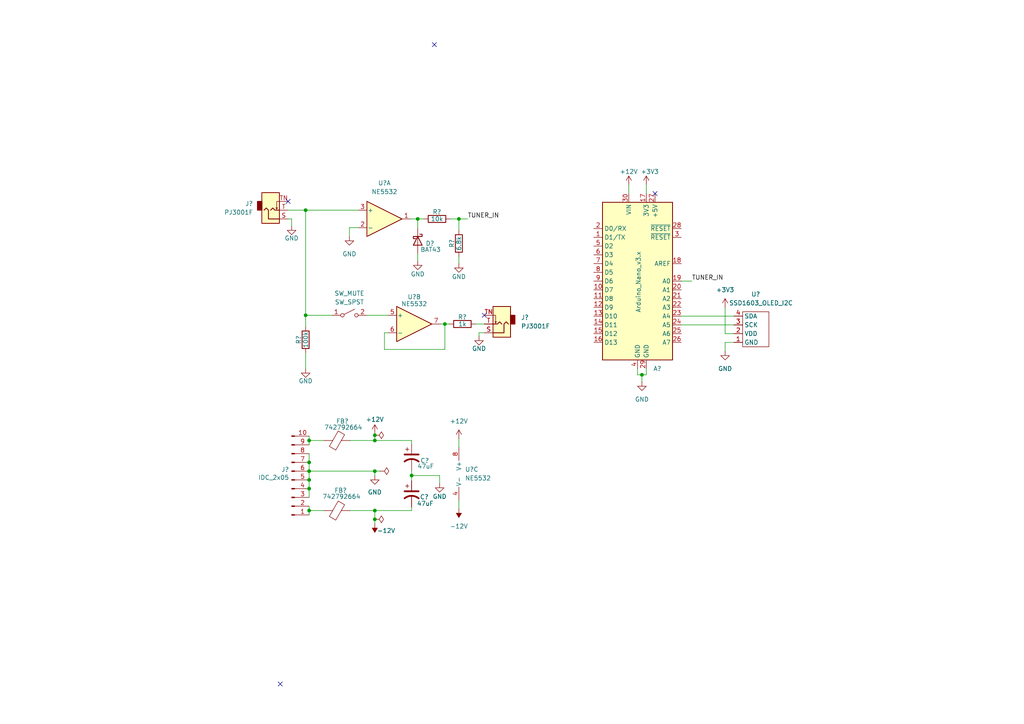
<source format=kicad_sch>
(kicad_sch (version 20211123) (generator eeschema)
  (paper "A4")
  (title_block (title "MiniTune") (rev "v0.1") (company "benjiaomodular"))
  (lib_symbols
    (symbol "Amplifier_Operational:NE5532" (pin_names (offset 0.127))
      (property "Reference" "U" (at 0 5.08 0))
      (property "Value" "NE5532" (at 0 -5.08 0))
      (symbol "NE5532_1_1"
        (polyline (pts (xy -5.08 5.08) (xy 5.08 0) (xy -5.08 -5.08) (xy -5.08 5.08)) (stroke (width 0.254)) (fill (type background)))
        (pin output line (at 7.62 0 180) (length 2.54) (name "~") (number "1"))
        (pin input line (at -7.62 -2.54 0) (length 2.54) (name "-") (number "2"))
        (pin input line (at -7.62 2.54 0) (length 2.54) (name "+") (number "3"))
      )
      (symbol "NE5532_2_1"
        (polyline (pts (xy -5.08 5.08) (xy 5.08 0) (xy -5.08 -5.08) (xy -5.08 5.08)) (stroke (width 0.254)) (fill (type background)))
        (pin input line (at -7.62 2.54 0) (length 2.54) (name "+") (number "5"))
        (pin input line (at -7.62 -2.54 0) (length 2.54) (name "-") (number "6"))
        (pin output line (at 7.62 0 180) (length 2.54) (name "~") (number "7"))
      )
      (symbol "NE5532_3_1"
        (pin power_in line (at -2.54 -7.62 90) (length 3.81) (name "V-") (number "4"))
        (pin power_in line (at -2.54 7.62 270) (length 3.81) (name "V+") (number "8"))
      )
    )
    (symbol "Connector:Conn_01x10_Male" (pin_names (offset 1.016) hide)
      (property "Reference" "J" (at 0 12.7 0))
      (property "Value" "Conn_01x10_Male" (at 0 -15.24 0))
      (symbol "Conn_01x10_Male_1_1"
        (polyline (pts (xy 1.27 -12.7) (xy 0.8636 -12.7)) (stroke (width 0.1524)))
        (polyline (pts (xy 1.27 -10.16) (xy 0.8636 -10.16)) (stroke (width 0.1524)))
        (polyline (pts (xy 1.27 -7.62) (xy 0.8636 -7.62)) (stroke (width 0.1524)))
        (polyline (pts (xy 1.27 -5.08) (xy 0.8636 -5.08)) (stroke (width 0.1524)))
        (polyline (pts (xy 1.27 -2.54) (xy 0.8636 -2.54)) (stroke (width 0.1524)))
        (polyline (pts (xy 1.27 0) (xy 0.8636 0)) (stroke (width 0.1524)))
        (polyline (pts (xy 1.27 2.54) (xy 0.8636 2.54)) (stroke (width 0.1524)))
        (polyline (pts (xy 1.27 5.08) (xy 0.8636 5.08)) (stroke (width 0.1524)))
        (polyline (pts (xy 1.27 7.62) (xy 0.8636 7.62)) (stroke (width 0.1524)))
        (polyline (pts (xy 1.27 10.16) (xy 0.8636 10.16)) (stroke (width 0.1524)))
        (rectangle (start 0.8636 -12.573) (end 0 -12.827) (stroke (width 0.1524)) (fill (type outline)))
        (rectangle (start 0.8636 -10.033) (end 0 -10.287) (stroke (width 0.1524)) (fill (type outline)))
        (rectangle (start 0.8636 -7.493) (end 0 -7.747) (stroke (width 0.1524)) (fill (type outline)))
        (rectangle (start 0.8636 -4.953) (end 0 -5.207) (stroke (width 0.1524)) (fill (type outline)))
        (rectangle (start 0.8636 -2.413) (end 0 -2.667) (stroke (width 0.1524)) (fill (type outline)))
        (rectangle (start 0.8636 0.127) (end 0 -0.127) (stroke (width 0.1524)) (fill (type outline)))
        (rectangle (start 0.8636 2.667) (end 0 2.413) (stroke (width 0.1524)) (fill (type outline)))
        (rectangle (start 0.8636 5.207) (end 0 4.953) (stroke (width 0.1524)) (fill (type outline)))
        (rectangle (start 0.8636 7.747) (end 0 7.493) (stroke (width 0.1524)) (fill (type outline)))
        (rectangle (start 0.8636 10.287) (end 0 10.033) (stroke (width 0.1524)) (fill (type outline)))
        (pin passive line (at 5.08 10.16 180) (length 3.81) (name "Pin_1") (number "1"))
        (pin passive line (at 5.08 -12.7 180) (length 3.81) (name "Pin_10") (number "10"))
        (pin passive line (at 5.08 7.62 180) (length 3.81) (name "Pin_2") (number "2"))
        (pin passive line (at 5.08 5.08 180) (length 3.81) (name "Pin_3") (number "3"))
        (pin passive line (at 5.08 2.54 180) (length 3.81) (name "Pin_4") (number "4"))
        (pin passive line (at 5.08 0 180) (length 3.81) (name "Pin_5") (number "5"))
        (pin passive line (at 5.08 -2.54 180) (length 3.81) (name "Pin_6") (number "6"))
        (pin passive line (at 5.08 -5.08 180) (length 3.81) (name "Pin_7") (number "7"))
        (pin passive line (at 5.08 -7.62 180) (length 3.81) (name "Pin_8") (number "8"))
        (pin passive line (at 5.08 -10.16 180) (length 3.81) (name "Pin_9") (number "9"))
      )
    )
    (symbol "Device:C_Polarized_US" (pin_numbers hide) (pin_names (offset 0.254) hide)
      (property "Reference" "C" (at 0.635 2.54 0))
      (property "Value" "C_Polarized_US" (at 0.635 -2.54 0))
      (symbol "C_Polarized_US_0_1"
        (polyline (pts (xy -2.032 0.762) (xy 2.032 0.762)) (stroke (width 0.508)))
        (polyline (pts (xy -1.778 2.286) (xy -0.762 2.286)))
        (polyline (pts (xy -1.27 1.778) (xy -1.27 2.794)))
        (arc (start 2.032 -1.27) (mid 0 -0.5572) (end -2.032 -1.27) (stroke (width 0.508)))
      )
      (symbol "C_Polarized_US_1_1"
        (pin passive line (at 0 3.81 270) (length 2.794) (name "~") (number "1"))
        (pin passive line (at 0 -3.81 90) (length 3.302) (name "~") (number "2"))
      )
    )
    (symbol "Device:FerriteBead" (pin_numbers hide) (pin_names (offset 0))
      (property "Reference" "FB" (at -3.81 0.635 90))
      (property "Value" "FerriteBead" (at 3.81 0 90))
      (symbol "FerriteBead_0_1"
        (polyline (pts (xy 0 -1.27) (xy 0 -1.2192)))
        (polyline (pts (xy 0 1.27) (xy 0 1.2954)))
        (polyline (pts (xy -2.7686 0.4064) (xy -1.7018 2.2606) (xy 2.7686 -0.3048) (xy 1.6764 -2.159) (xy -2.7686 0.4064)))
      )
      (symbol "FerriteBead_1_1"
        (pin passive line (at 0 3.81 270) (length 2.54) (name "~") (number "1"))
        (pin passive line (at 0 -3.81 90) (length 2.54) (name "~") (number "2"))
      )
    )
    (symbol "Device:R" (pin_numbers hide) (pin_names (offset 0))
      (property "Reference" "R" (at 2.032 0 90))
      (property "Value" "R" (at 0 0 90))
      (symbol "R_0_1"
        (rectangle (start -1.016 -2.54) (end 1.016 2.54) (stroke (width 0.254)))
      )
      (symbol "R_1_1"
        (pin passive line (at 0 3.81 270) (length 1.27) (name "~") (number "1"))
        (pin passive line (at 0 -3.81 90) (length 1.27) (name "~") (number "2"))
      )
    )
    (symbol "Diode:BAT43" (pin_numbers hide) (pin_names (offset 1.016) hide)
      (property "Reference" "D" (at 0 2.54 0))
      (property "Value" "BAT43" (at 0 -2.54 0))
      (symbol "BAT43_0_1"
        (polyline (pts (xy 1.27 0) (xy -1.27 0)))
        (polyline (pts (xy 1.27 1.27) (xy 1.27 -1.27) (xy -1.27 0) (xy 1.27 1.27)) (stroke (width 0.254)))
        (polyline (pts (xy -1.905 0.635) (xy -1.905 1.27) (xy -1.27 1.27) (xy -1.27 -1.27) (xy -0.635 -1.27) (xy -0.635 -0.635)) (stroke (width 0.254)))
      )
      (symbol "BAT43_1_1"
        (pin passive line (at -3.81 0 0) (length 2.54) (name "K") (number "1"))
        (pin passive line (at 3.81 0 180) (length 2.54) (name "A") (number "2"))
      )
    )
    (symbol "MCU_Module:Arduino_Nano_v3.x"
      (property "Reference" "A" (at -10.16 23.495 0))
      (property "Value" "Arduino_Nano_v3.x" (at 5.08 -24.13 0))
      (symbol "Arduino_Nano_v3.x_0_1"
        (rectangle (start -10.16 22.86) (end 10.16 -22.86) (stroke (width 0.254)) (fill (type background)))
      )
      (symbol "Arduino_Nano_v3.x_1_1"
        (pin bidirectional line (at -12.7 12.7 0) (length 2.54) (name "D1/TX") (number "1"))
        (pin bidirectional line (at -12.7 -2.54 0) (length 2.54) (name "D7") (number "10"))
        (pin bidirectional line (at -12.7 -5.08 0) (length 2.54) (name "D8") (number "11"))
        (pin bidirectional line (at -12.7 -7.62 0) (length 2.54) (name "D9") (number "12"))
        (pin bidirectional line (at -12.7 -10.16 0) (length 2.54) (name "D10") (number "13"))
        (pin bidirectional line (at -12.7 -12.7 0) (length 2.54) (name "D11") (number "14"))
        (pin bidirectional line (at -12.7 -15.24 0) (length 2.54) (name "D12") (number "15"))
        (pin bidirectional line (at -12.7 -17.78 0) (length 2.54) (name "D13") (number "16"))
        (pin power_out line (at 2.54 25.4 270) (length 2.54) (name "3V3") (number "17"))
        (pin input line (at 12.7 5.08 180) (length 2.54) (name "AREF") (number "18"))
        (pin bidirectional line (at 12.7 0 180) (length 2.54) (name "A0") (number "19"))
        (pin bidirectional line (at -12.7 15.24 0) (length 2.54) (name "D0/RX") (number "2"))
        (pin bidirectional line (at 12.7 -2.54 180) (length 2.54) (name "A1") (number "20"))
        (pin bidirectional line (at 12.7 -5.08 180) (length 2.54) (name "A2") (number "21"))
        (pin bidirectional line (at 12.7 -7.62 180) (length 2.54) (name "A3") (number "22"))
        (pin bidirectional line (at 12.7 -10.16 180) (length 2.54) (name "A4") (number "23"))
        (pin bidirectional line (at 12.7 -12.7 180) (length 2.54) (name "A5") (number "24"))
        (pin bidirectional line (at 12.7 -15.24 180) (length 2.54) (name "A6") (number "25"))
        (pin bidirectional line (at 12.7 -17.78 180) (length 2.54) (name "A7") (number "26"))
        (pin power_out line (at 5.08 25.4 270) (length 2.54) (name "+5V") (number "27"))
        (pin input line (at 12.7 15.24 180) (length 2.54) (name "~{RESET}") (number "28"))
        (pin power_in line (at 2.54 -25.4 90) (length 2.54) (name "GND") (number "29"))
        (pin input line (at 12.7 12.7 180) (length 2.54) (name "~{RESET}") (number "3"))
        (pin power_in line (at -2.54 25.4 270) (length 2.54) (name "VIN") (number "30"))
        (pin power_in line (at 0 -25.4 90) (length 2.54) (name "GND") (number "4"))
        (pin bidirectional line (at -12.7 10.16 0) (length 2.54) (name "D2") (number "5"))
        (pin bidirectional line (at -12.7 7.62 0) (length 2.54) (name "D3") (number "6"))
        (pin bidirectional line (at -12.7 5.08 0) (length 2.54) (name "D4") (number "7"))
        (pin bidirectional line (at -12.7 2.54 0) (length 2.54) (name "D5") (number "8"))
        (pin bidirectional line (at -12.7 0 0) (length 2.54) (name "D6") (number "9"))
      )
    )
    (symbol "Switch:SW_SPST" (pin_names (offset 0) hide)
      (property "Reference" "SW" (at 0 3.175 0))
      (property "Value" "SW_SPST" (at 0 -2.54 0))
      (symbol "SW_SPST_0_0"
        (circle (center -2.032 0) (radius 0.508))
        (polyline (pts (xy -1.524 0.254) (xy 1.524 1.778)))
        (circle (center 2.032 0) (radius 0.508))
      )
      (symbol "SW_SPST_1_1"
        (pin passive line (at -5.08 0 0) (length 2.54) (name "A") (number "1"))
        (pin passive line (at 5.08 0 180) (length 2.54) (name "B") (number "2"))
      )
    )
    (symbol "benjiaomodular:PJ3001F"
      (property "Reference" "J" (at 0 8.89 0))
      (property "Value" "PJ3001F" (at 0 6.35 0))
      (symbol "PJ3001F_0_1"
        (rectangle (start -2.54 0) (end -3.81 -2.54) (stroke (width 0.254)) (fill (type outline)))
        (polyline (pts (xy 1.778 -0.254) (xy 2.032 -0.762)))
        (polyline (pts (xy 0 0) (xy 0.635 -0.635) (xy 1.27 0) (xy 2.54 0)) (stroke (width 0.254)))
        (polyline (pts (xy 2.54 -2.54) (xy 1.778 -2.54) (xy 1.778 -0.254) (xy 1.524 -0.762)))
        (polyline (pts (xy 2.54 2.54) (xy -0.635 2.54) (xy -0.635 0) (xy -1.27 -0.635) (xy -1.905 0)) (stroke (width 0.254)))
        (rectangle (start 2.54 3.81) (end -2.54 -5.08) (stroke (width 0.254)) (fill (type background)))
      )
      (symbol "PJ3001F_1_1"
        (pin passive line (at 5.08 2.54 180) (length 2.54) (name "~") (number "S"))
        (pin passive line (at 5.08 0 180) (length 2.54) (name "~") (number "T"))
        (pin passive line (at 5.08 -2.54 180) (length 2.54) (name "~") (number "TN"))
      )
    )
    (symbol "benjiaomodular:SSD1603_OLED"
      (property "Reference" "U" (at 0 0 0))
      (property "Value" "SSD1603_OLED" (at 0 0 0))
      (symbol "SSD1603_OLED_0_1"
        (rectangle (start -2.54 -2.54) (end 5.08 -12.7))
      )
      (symbol "SSD1603_OLED_1_1"
        (pin power_in line (at -5.08 -3.81 0) (length 2.54) (name "GND") (number "1"))
        (pin power_in line (at -5.08 -6.35 0) (length 2.54) (name "VDD") (number "2"))
        (pin input line (at -5.08 -8.89 0) (length 2.54) (name "SCK") (number "3"))
        (pin input line (at -5.08 -11.43 0) (length 2.54) (name "SDA") (number "4"))
      )
    )
    (symbol "power:+12V" (power) (pin_names (offset 0))
      (property "Value" "+12V" (at 0 3.556 0))
      (symbol "+12V_0_1"
        (polyline (pts (xy -0.762 1.27) (xy 0 2.54)))
        (polyline (pts (xy 0 0) (xy 0 2.54)))
        (polyline (pts (xy 0 2.54) (xy 0.762 1.27)))
      )
      (symbol "+12V_1_1"
        (pin power_in line (at 0 0 90) (length 0) hide (name "+12V") (number "1"))
      )
    )
    (symbol "power:+3V3" (power) (pin_names (offset 0))
      (property "Value" "+3V3" (at 0 3.556 0))
      (symbol "+3V3_0_1"
        (polyline (pts (xy -0.762 1.27) (xy 0 2.54)))
        (polyline (pts (xy 0 0) (xy 0 2.54)))
        (polyline (pts (xy 0 2.54) (xy 0.762 1.27)))
      )
      (symbol "+3V3_1_1"
        (pin power_in line (at 0 0 90) (length 0) hide (name "+3V3") (number "1"))
      )
    )
    (symbol "power:-12V" (power) (pin_names (offset 0))
      (property "Value" "-12V" (at 0 3.81 0))
      (symbol "-12V_0_0"
        (pin power_in line (at 0 0 90) (length 0) hide (name "-12V") (number "1"))
      )
      (symbol "-12V_0_1"
        (polyline (pts (xy 0 0) (xy 0 1.27) (xy 0.762 1.27) (xy 0 2.54) (xy -0.762 1.27) (xy 0 1.27)) (fill (type outline)))
      )
    )
    (symbol "power:GND" (power) (pin_names (offset 0))
      (property "Value" "GND" (at 0 -3.81 0))
      (symbol "GND_0_1"
        (polyline (pts (xy 0 0) (xy 0 -1.27) (xy 1.27 -1.27) (xy 0 -2.54) (xy -1.27 -1.27) (xy 0 -1.27)))
      )
      (symbol "GND_1_1"
        (pin power_in line (at 0 0 270) (length 0) hide (name "GND") (number "1"))
      )
    )
    (symbol "power:PWR_FLAG" (power) (pin_numbers hide) (pin_names (offset 0) hide)
      (property "Value" "PWR_FLAG" (at 0 3.81 0))
      (symbol "PWR_FLAG_0_0"
        (pin power_out line (at 0 0 90) (length 0) (name "pwr") (number "1"))
      )
      (symbol "PWR_FLAG_0_1"
        (polyline (pts (xy 0 0) (xy 0 1.27) (xy -1.016 1.905) (xy 0 2.54) (xy 1.016 1.905) (xy 0 1.27)))
      )
    )
  )
  (junction (at 89.662 141.732))
  (junction (at 121.158 63.5))
  (junction (at 89.662 139.192))
  (junction (at 88.646 91.44))
  (junction (at 186.182 108.712))
  (junction (at 108.712 127.762))
  (junction (at 119.38 137.922))
  (junction (at 133.096 63.5))
  (junction (at 89.662 136.652))
  (junction (at 108.712 126.238))
  (junction (at 108.712 150.622))
  (junction (at 89.662 127.762))
  (junction (at 89.662 148.082))
  (junction (at 108.712 148.082))
  (junction (at 88.646 60.96))
  (junction (at 89.662 134.112))
  (junction (at 108.712 136.652))
  (junction (at 129.032 93.98))
  (no_connect (at 81.28 198.374))
  (no_connect (at 125.984 12.954))
  (no_connect (at 140.462 91.44))
  (no_connect (at 83.566 58.42))
  (no_connect (at 189.992 56.134))
  (wire (pts (xy 133.096 145.034) (xy 133.096 147.574)))
  (wire (pts (xy 210.312 96.774) (xy 212.852 96.774)))
  (wire (pts (xy 119.38 136.398) (xy 119.38 137.922)))
  (wire (pts (xy 121.158 73.66) (xy 121.158 75.692)))
  (wire (pts (xy 111.506 101.346) (xy 129.032 101.346)))
  (wire (pts (xy 112.522 96.52) (xy 111.506 96.52)))
  (wire (pts (xy 138.938 96.52) (xy 140.462 96.52)))
  (wire (pts (xy 129.032 93.98) (xy 130.302 93.98)))
  (wire (pts (xy 89.662 139.192) (xy 89.662 141.732)))
  (wire (pts (xy 110.236 136.652) (xy 108.712 136.652)))
  (wire (pts (xy 119.38 137.922) (xy 127.508 137.922)))
  (wire (pts (xy 88.646 60.96) (xy 88.646 91.44)))
  (wire (pts (xy 197.612 81.534) (xy 200.66 81.534)))
  (wire (pts (xy 210.312 99.314) (xy 210.312 101.854)))
  (wire (pts (xy 108.712 148.082) (xy 119.38 148.082)))
  (wire (pts (xy 89.662 126.492) (xy 89.662 127.762)))
  (wire (pts (xy 186.182 108.712) (xy 184.912 108.712)))
  (wire (pts (xy 212.852 99.314) (xy 210.312 99.314)))
  (wire (pts (xy 129.032 93.98) (xy 127.762 93.98)))
  (wire (pts (xy 197.612 94.234) (xy 212.852 94.234)))
  (wire (pts (xy 89.662 127.762) (xy 89.662 129.032)))
  (wire (pts (xy 84.582 63.5) (xy 83.566 63.5)))
  (wire (pts (xy 84.582 65.532) (xy 84.582 63.5)))
  (wire (pts (xy 89.662 131.572) (xy 89.662 134.112)))
  (wire (pts (xy 101.6 127.762) (xy 108.712 127.762)))
  (wire (pts (xy 108.712 126.238) (xy 108.712 127.762)))
  (wire (pts (xy 96.266 91.44) (xy 88.646 91.44)))
  (wire (pts (xy 121.158 63.5) (xy 122.936 63.5)))
  (wire (pts (xy 197.612 91.694) (xy 212.852 91.694)))
  (wire (pts (xy 83.566 60.96) (xy 88.646 60.96)))
  (wire (pts (xy 187.452 106.934) (xy 187.452 108.712)))
  (wire (pts (xy 119.126 63.5) (xy 121.158 63.5)))
  (wire (pts (xy 108.712 127.762) (xy 119.38 127.762)))
  (wire (pts (xy 101.6 148.082) (xy 108.712 148.082)))
  (wire (pts (xy 108.712 125.73) (xy 108.712 126.238)))
  (wire (pts (xy 88.646 102.362) (xy 88.646 106.934)))
  (wire (pts (xy 108.712 136.652) (xy 108.712 137.922)))
  (wire (pts (xy 138.938 97.536) (xy 138.938 96.52)))
  (wire (pts (xy 103.886 66.04) (xy 101.346 66.04)))
  (wire (pts (xy 108.712 148.082) (xy 108.712 150.622)))
  (wire (pts (xy 130.556 63.5) (xy 133.096 63.5)))
  (wire (pts (xy 133.096 74.422) (xy 133.096 76.454)))
  (wire (pts (xy 89.662 141.732) (xy 89.662 144.272)))
  (wire (pts (xy 88.646 60.96) (xy 103.886 60.96)))
  (wire (pts (xy 186.182 108.712) (xy 186.182 110.744)))
  (wire (pts (xy 119.38 137.922) (xy 119.38 139.446)))
  (wire (pts (xy 119.38 127.762) (xy 119.38 128.778)))
  (wire (pts (xy 140.462 93.98) (xy 137.922 93.98)))
  (wire (pts (xy 89.662 148.082) (xy 93.98 148.082)))
  (wire (pts (xy 89.662 134.112) (xy 89.662 136.652)))
  (wire (pts (xy 187.452 53.594) (xy 187.452 56.134)))
  (wire (pts (xy 89.662 136.652) (xy 89.662 139.192)))
  (wire (pts (xy 133.096 63.5) (xy 135.636 63.5)))
  (wire (pts (xy 187.452 108.712) (xy 186.182 108.712)))
  (wire (pts (xy 119.38 148.082) (xy 119.38 147.066)))
  (wire (pts (xy 111.506 96.52) (xy 111.506 101.346)))
  (wire (pts (xy 89.662 136.652) (xy 108.712 136.652)))
  (wire (pts (xy 106.426 91.44) (xy 112.522 91.44)))
  (wire (pts (xy 133.096 63.5) (xy 133.096 66.802)))
  (wire (pts (xy 184.912 108.712) (xy 184.912 106.934)))
  (wire (pts (xy 89.662 148.082) (xy 89.662 149.352)))
  (wire (pts (xy 129.032 101.346) (xy 129.032 93.98)))
  (wire (pts (xy 89.662 146.812) (xy 89.662 148.082)))
  (wire (pts (xy 121.158 63.5) (xy 121.158 66.04)))
  (wire (pts (xy 133.096 127.254) (xy 133.096 129.794)))
  (wire (pts (xy 88.646 91.44) (xy 88.646 94.742)))
  (wire (pts (xy 127.508 137.922) (xy 127.508 140.208)))
  (wire (pts (xy 210.312 89.154) (xy 210.312 96.774)))
  (wire (pts (xy 101.346 66.04) (xy 101.346 68.58)))
  (wire (pts (xy 89.662 127.762) (xy 93.98 127.762)))
  (wire (pts (xy 182.372 53.594) (xy 182.372 56.134)))
  (wire (pts (xy 108.712 150.622) (xy 108.712 151.892)))
  (label "TUNER_IN" (at 135.636 63.5 0))
  (label "TUNER_IN" (at 200.66 81.534 0))
  (symbol (lib_id "Amplifier_Operational:NE5532") (at 135.636 137.414 0) (unit 3)
    (property "Reference" "U?" (at 134.874 136.1439 0) (effects (justify left)))
    (property "Value" "NE5532" (at 134.874 138.6839 0) (effects (justify left)))
    (property "Datasheet" "http://www.ti.com/lit/ds/symlink/ne5532.pdf" (effects hide))
  )
  (symbol (lib_id "Device:R") (at 126.746 63.5 270) (mirror x) (unit 1)
    (property "Reference" "R?" (at 126.746 61.468 90))
    (property "Value" "10k" (at 126.746 63.5 90))
  )
  (symbol (lib_id "Device:FerriteBead") (at 97.79 148.082 90) (unit 1)
    (property "Reference" "FB?" (at 98.806 142.24 90))
    (property "Value" "742792664" (at 99.06 144.018 90))
    (property "Footprint" "Capacitor_SMD:C_0603_1608Metric_Pad1.08x0.95mm_HandSolder" (effects hide))
    (property "Manufacturers Name" "Wurth Elektronik " (effects hide))
    (property "Manufacturers Part Number" "742792664" (effects hide))
  )
  (symbol (lib_id "Diode:BAT43") (at 121.158 69.85 270) (unit 1)
    (property "Reference" "D?" (at 123.444 70.612 90) (effects (justify left)))
    (property "Value" "BAT43" (at 121.92 72.39 90) (effects (justify left)))
    (property "Footprint" "Diode_THT:D_DO-35_SOD27_P7.62mm_Horizontal" (effects hide))
    (property "Datasheet" "http://www.vishay.com/docs/85660/bat42.pdf" (effects hide))
  )
  (symbol (lib_id "power:GND") (at 88.646 106.934 0) (unit 1)
    (property "Reference" "#PWR?" (effects hide))
    (property "Value" "GND" (at 88.646 110.49 0))
  )
  (symbol (lib_id "power:PWR_FLAG") (at 110.236 136.652 270) (unit 1)
    (property "Reference" "#FLG?" (effects hide))
    (property "Value" "PWR_FLAG" (effects hide))
  )
  (symbol (lib_id "Device:R") (at 134.112 93.98 270) (mirror x) (unit 1)
    (property "Reference" "R?" (at 134.112 91.948 90))
    (property "Value" "1k" (at 134.112 93.98 90))
  )
  (symbol (lib_id "Device:R") (at 133.096 70.612 0) (mirror y) (unit 1)
    (property "Reference" "R?" (at 131.064 70.612 90))
    (property "Value" "6.8k" (at 133.096 70.612 90))
  )
  (symbol (lib_id "power:GND") (at 108.712 137.922 0) (unit 1)
    (property "Reference" "#PWR?" (effects hide))
    (property "Value" "GND" (at 108.712 142.748 0))
  )
  (symbol (lib_id "Device:FerriteBead") (at 97.79 127.762 90) (unit 1)
    (property "Reference" "FB?" (at 99.314 122.174 90))
    (property "Value" "742792664" (at 99.568 123.952 90))
    (property "Footprint" "Capacitor_SMD:C_0603_1608Metric_Pad1.08x0.95mm_HandSolder" (effects hide))
    (property "Manufacturers Name" "Wurth Elektronik " (effects hide))
    (property "Manufacturers Part Number" "742792664" (effects hide))
  )
  (symbol (lib_id "power:-12V") (at 108.712 151.892 180) (unit 1)
    (property "Reference" "#PWR?" (effects hide))
    (property "Value" "-12V" (at 112.014 153.924 0))
  )
  (symbol (lib_id "power:PWR_FLAG") (at 108.712 150.622 270) (unit 1)
    (property "Reference" "#FLG?" (effects hide))
    (property "Value" "PWR_FLAG" (effects hide))
  )
  (symbol (lib_id "power:GND") (at 84.582 65.532 0) (unit 1)
    (property "Reference" "#PWR?" (effects hide))
    (property "Value" "GND" (at 84.582 69.088 0))
  )
  (symbol (lib_id "benjiaomodular:PJ3001F") (at 78.486 60.96 0) (mirror x) (unit 1)
    (property "Reference" "J?" (at 73.406 59.0549 0) (effects (justify right)))
    (property "Value" "PJ3001F" (at 73.406 61.5949 0) (effects (justify right)))
  )
  (symbol (lib_id "power:GND") (at 101.346 68.58 0) (unit 1)
    (property "Reference" "#PWR?" (effects hide))
    (property "Value" "GND" (at 101.346 73.66 0))
  )
  (symbol (lib_id "power:GND") (at 210.312 101.854 0) (unit 1)
    (property "Reference" "#PWR?" (effects hide))
    (property "Value" "GND" (at 210.312 106.934 0))
  )
  (symbol (lib_id "MCU_Module:Arduino_Nano_v3.x") (at 184.912 81.534 0) (unit 1)
    (property "Reference" "A?" (at 189.4714 106.934 0) (effects (justify left)))
    (property "Value" "Arduino_Nano_v3.x" (at 185.166 90.678 90) (effects (justify left)))
    (property "Footprint" "Module:Arduino_Nano" (effects hide))
    (property "Datasheet" "http://www.mouser.com/pdfdocs/Gravitech_Arduino_Nano3_0.pdf" (effects hide))
  )
  (symbol (lib_id "Connector:Conn_01x10_Male") (at 84.582 139.192 0) (mirror x) (unit 1)
    (property "Reference" "J?" (at 83.8708 136.1948 0) (effects (justify right)))
    (property "Value" "IDC_2x05" (at 83.8708 138.5062 0) (effects (justify right)))
    (property "Footprint" "Connector_IDC:IDC-Header_2x05_P2.54mm_Vertical" (effects hide))
    (property "Type" "Thru-hole" (effects hide))
    (property "LCSC Part #" "C706914" (effects hide))
    (property "Manufacturers Name" "XKB Connectivity " (effects hide))
    (property "Manufacturers Part Number" "X9555WV-2X05-6TV01" (effects hide))
    (property "Mfg #" "X9555WV-2X05-6TV01" (effects hide))
    (property "Package" "Straight,P=2.54mm" (effects hide))
    (property "Part Description" "IDC Connector 2x05 2.54mm Pitch Straight" (effects hide))
  )
  (symbol (lib_id "power:GND") (at 127.508 140.208 0) (unit 1)
    (property "Reference" "#PWR?" (effects hide))
    (property "Value" "GND" (at 127.508 144.018 0))
  )
  (symbol (lib_id "Amplifier_Operational:NE5532") (at 111.506 63.5 0) (unit 1)
    (property "Reference" "U?" (at 111.506 53.086 0))
    (property "Value" "NE5532" (at 111.506 55.626 0))
    (property "Datasheet" "http://www.ti.com/lit/ds/symlink/ne5532.pdf" (effects hide))
  )
  (symbol (lib_id "power:GND") (at 133.096 76.454 0) (unit 1)
    (property "Reference" "#PWR?" (effects hide))
    (property "Value" "GND" (at 133.096 80.264 0))
  )
  (symbol (lib_id "power:PWR_FLAG") (at 108.712 126.238 270) (unit 1)
    (property "Reference" "#FLG?" (effects hide))
    (property "Value" "PWR_FLAG" (effects hide))
  )
  (symbol (lib_id "power:GND") (at 186.182 110.744 0) (unit 1)
    (property "Reference" "#PWR?" (effects hide))
    (property "Value" "GND" (at 186.182 115.824 0))
  )
  (symbol (lib_id "power:GND") (at 121.158 75.692 0) (unit 1)
    (property "Reference" "#PWR?" (effects hide))
    (property "Value" "GND" (at 121.158 79.502 0))
  )
  (symbol (lib_id "power:+3V3") (at 210.312 89.154 0) (unit 1)
    (property "Reference" "#PWR?" (effects hide))
    (property "Value" "+3V3" (at 210.312 84.074 0))
  )
  (symbol (lib_id "power:-12V") (at 133.096 147.574 180) (unit 1)
    (property "Reference" "#PWR?" (effects hide))
    (property "Value" "-12V" (at 133.096 152.654 0))
  )
  (symbol (lib_id "Amplifier_Operational:NE5532") (at 120.142 93.98 0) (unit 2)
    (property "Reference" "U?" (at 120.142 86.106 0))
    (property "Value" "NE5532" (at 120.142 88.138 0))
    (property "Datasheet" "http://www.ti.com/lit/ds/symlink/ne5532.pdf" (effects hide))
  )
  (symbol (lib_id "Device:C_Polarized_US") (at 119.38 143.256 0) (unit 1)
    (property "Reference" "C?" (at 121.793 144.145 0) (effects (justify left)))
    (property "Value" "47uF" (at 120.904 146.05 0) (effects (justify left)))
    (property "Footprint" "Capacitor_SMD:C_0805_2012Metric_Pad1.18x1.45mm_HandSolder" (effects hide))
    (property "Manufacturers Name" "Murata Electronics" (effects hide))
    (property "Manufacturers Part Number" "GRM219R60J476ME44D" (effects hide))
  )
  (symbol (lib_id "benjiaomodular:SSD1603_OLED") (at 217.932 103.124 0) (mirror x) (unit 1)
    (property "Reference" "U?" (at 219.202 85.344 0))
    (property "Value" "SSD1603_OLED_I2C" (at 220.726 87.884 0))
  )
  (symbol (lib_id "power:+3V3") (at 187.452 53.594 0) (unit 1)
    (property "Reference" "#PWR?" (effects hide))
    (property "Value" "+3V3" (at 188.468 49.784 0))
  )
  (symbol (lib_id "power:+12V") (at 133.096 127.254 0) (unit 1)
    (property "Reference" "#PWR?" (effects hide))
    (property "Value" "+12V" (at 133.096 122.174 0))
  )
  (symbol (lib_id "Device:C_Polarized_US") (at 119.38 132.588 0) (unit 1)
    (property "Reference" "C?" (at 121.92 133.604 0) (effects (justify left)))
    (property "Value" "47uF" (at 121.031 135.255 0) (effects (justify left)))
    (property "Footprint" "Capacitor_SMD:C_0805_2012Metric_Pad1.18x1.45mm_HandSolder" (effects hide))
    (property "Manufacturers Name" "Murata Electronics" (effects hide))
    (property "Manufacturers Part Number" "GRM219R60J476ME44D" (effects hide))
  )
  (symbol (lib_id "benjiaomodular:PJ3001F") (at 145.542 93.98 180) (unit 1)
    (property "Reference" "J?" (at 151.13 92.0749 0) (effects (justify right)))
    (property "Value" "PJ3001F" (at 151.13 94.6149 0) (effects (justify right)))
  )
  (symbol (lib_id "Switch:SW_SPST") (at 101.346 91.44 0) (unit 1)
    (property "Reference" "SW_MUTE" (at 101.346 85.09 0))
    (property "Value" "SW_SPST" (at 101.346 87.63 0))
  )
  (symbol (lib_id "power:+12V") (at 182.372 53.594 0) (unit 1)
    (property "Reference" "#PWR?" (effects hide))
    (property "Value" "+12V" (at 182.372 49.784 0))
  )
  (symbol (lib_id "Device:R") (at 88.646 98.552 0) (mirror y) (unit 1)
    (property "Reference" "R?" (at 86.614 98.552 90))
    (property "Value" "100k" (at 88.646 98.552 90))
  )
  (symbol (lib_id "power:GND") (at 138.938 97.536 0) (unit 1)
    (property "Reference" "#PWR?" (effects hide))
    (property "Value" "GND" (at 138.938 101.092 0))
  )
  (symbol (lib_id "power:+12V") (at 108.712 125.73 0) (unit 1)
    (property "Reference" "#PWR?" (effects hide))
    (property "Value" "+12V" (at 108.712 121.666 0))
  )
)
</source>
